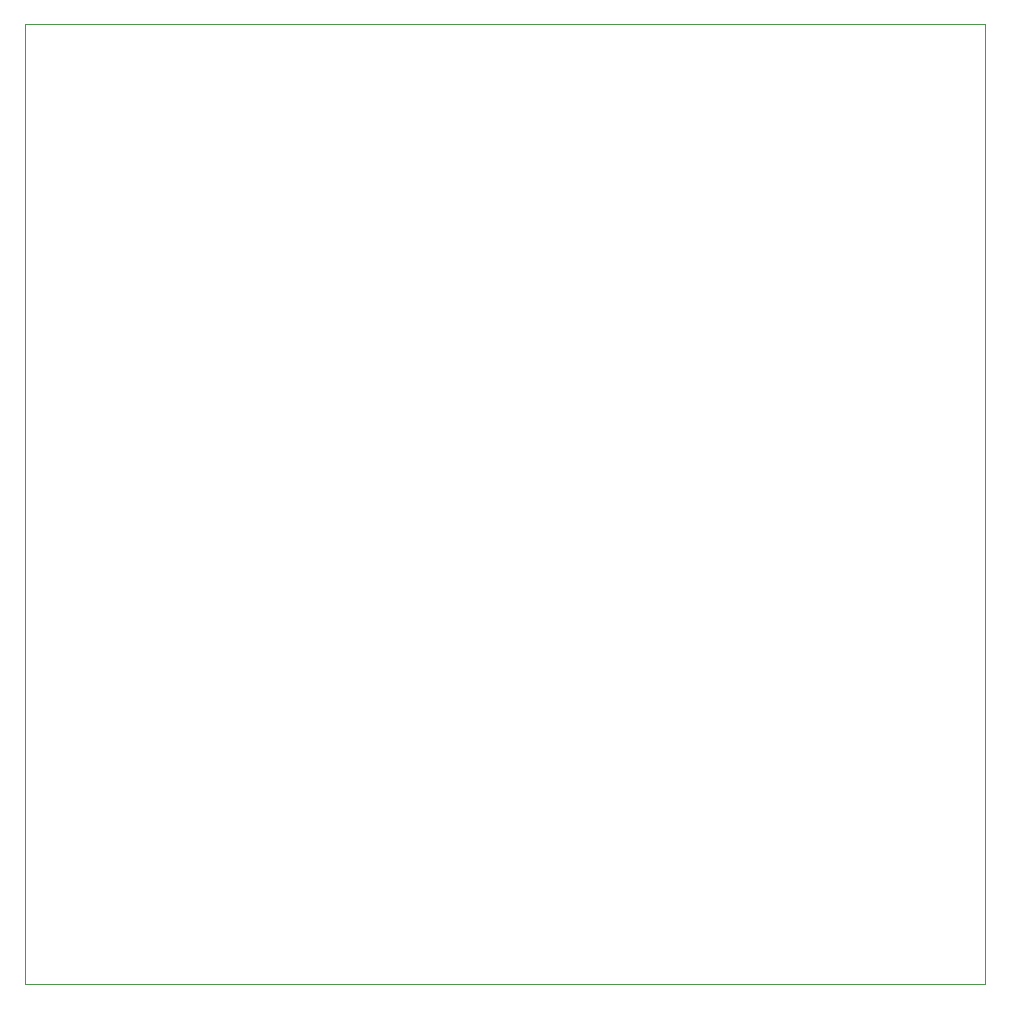
<source format=gbr>
G04 (created by PCBNEW (2013-07-07 BZR 4022)-stable) date 10/4/2015 12:30:07 PM*
%MOIN*%
G04 Gerber Fmt 3.4, Leading zero omitted, Abs format*
%FSLAX34Y34*%
G01*
G70*
G90*
G04 APERTURE LIST*
%ADD10C,0.00590551*%
%ADD11C,0.00393701*%
G04 APERTURE END LIST*
G54D10*
G54D11*
X62000Y-86000D02*
X62000Y-54000D01*
X94000Y-86000D02*
X62000Y-86000D01*
X94000Y-54000D02*
X94000Y-86000D01*
X62000Y-54000D02*
X94000Y-54000D01*
M02*

</source>
